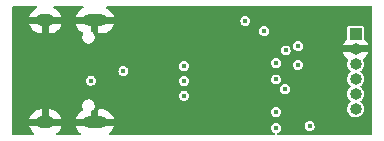
<source format=gbr>
%TF.GenerationSoftware,KiCad,Pcbnew,(6.0.0)*%
%TF.CreationDate,2022-02-12T21:10:29+08:00*%
%TF.ProjectId,USB-TTL-V1,5553422d-5454-44c2-9d56-312e6b696361,rev?*%
%TF.SameCoordinates,Original*%
%TF.FileFunction,Copper,L2,Inr*%
%TF.FilePolarity,Positive*%
%FSLAX46Y46*%
G04 Gerber Fmt 4.6, Leading zero omitted, Abs format (unit mm)*
G04 Created by KiCad (PCBNEW (6.0.0)) date 2022-02-12 21:10:29*
%MOMM*%
%LPD*%
G01*
G04 APERTURE LIST*
%TA.AperFunction,ComponentPad*%
%ADD10O,1.600000X1.000000*%
%TD*%
%TA.AperFunction,ComponentPad*%
%ADD11O,2.100000X1.000000*%
%TD*%
%TA.AperFunction,ComponentPad*%
%ADD12R,1.000000X1.000000*%
%TD*%
%TA.AperFunction,ComponentPad*%
%ADD13O,1.000000X1.000000*%
%TD*%
%TA.AperFunction,ViaPad*%
%ADD14C,0.450000*%
%TD*%
G04 APERTURE END LIST*
D10*
%TO.N,GND*%
%TO.C,J2*%
X105460000Y-91610000D03*
D11*
X109640000Y-91610000D03*
D10*
X105460000Y-82970000D03*
D11*
X109640000Y-82970000D03*
%TD*%
D12*
%TO.N,+3V3*%
%TO.C,J1*%
X131720000Y-84115000D03*
D13*
%TO.N,GND*%
X131720000Y-85385000D03*
%TO.N,/RST*%
X131720000Y-86655000D03*
%TO.N,/GPIO0*%
X131720000Y-87925000D03*
%TO.N,/RXD*%
X131720000Y-89195000D03*
%TO.N,/TXD*%
X131720000Y-90465000D03*
%TD*%
D14*
%TO.N,GND*%
X129920000Y-88500000D03*
X129920000Y-87300000D03*
X129920000Y-85990000D03*
X129920000Y-85000000D03*
X130210556Y-83401331D03*
X132120000Y-82440000D03*
X131230000Y-82440000D03*
X130250000Y-82440000D03*
X120480000Y-83710000D03*
X119740000Y-83700000D03*
X119010000Y-83690000D03*
X114300000Y-83740000D03*
X115410000Y-82420000D03*
X114620000Y-82410000D03*
X113970000Y-92150000D03*
X111320000Y-92310000D03*
X111080000Y-91610000D03*
X106720000Y-88410000D03*
X106120000Y-88410000D03*
X105520000Y-88410000D03*
X104920000Y-88410000D03*
X104320000Y-88410000D03*
X106720000Y-87810000D03*
X106120000Y-87810000D03*
X105520000Y-87810000D03*
X104920000Y-87810000D03*
X104320000Y-87810000D03*
X106720000Y-87210000D03*
X106120000Y-87210000D03*
X105520000Y-87210000D03*
X104920000Y-87210000D03*
X104320000Y-87210000D03*
X106720000Y-86610000D03*
X106120000Y-86610000D03*
X105520000Y-86610000D03*
X104920000Y-86610000D03*
X104320000Y-86610000D03*
X106720000Y-86010000D03*
X106120000Y-86010000D03*
X105520000Y-86010000D03*
X104920000Y-86010000D03*
X104330000Y-86020000D03*
X120470000Y-83030000D03*
X119730000Y-83030000D03*
X119010000Y-83010000D03*
X120410000Y-82340000D03*
X119710000Y-82340000D03*
X118960000Y-82350000D03*
X129310000Y-82440000D03*
X129340000Y-83400000D03*
X126140000Y-83310000D03*
X126130000Y-82540000D03*
%TO.N,/GPIO0*%
X127830000Y-91920000D03*
%TO.N,/TXD*%
X124975000Y-90708568D03*
X125010000Y-86580000D03*
%TO.N,/RXD*%
X125800000Y-85510000D03*
X125760000Y-88790000D03*
%TO.N,Net-(Q1-Pad1)*%
X126830000Y-86730000D03*
X126860000Y-85160000D03*
%TO.N,+3V3*%
X125000000Y-92080000D03*
X125000000Y-87965712D03*
X123990000Y-83861428D03*
X122390000Y-83005000D03*
X117190000Y-86815000D03*
%TO.N,GND*%
X115590000Y-87724500D03*
X115570000Y-86630000D03*
%TO.N,Net-(J2-PadA6)*%
X117190000Y-88085000D03*
X112060000Y-87260000D03*
%TO.N,Net-(J2-PadA7)*%
X117190000Y-89340000D03*
X109310000Y-88070000D03*
%TD*%
%TA.AperFunction,Conductor*%
%TO.N,GND*%
G36*
X104737269Y-81788907D02*
G01*
X104773233Y-81838407D01*
X104773233Y-81899593D01*
X104737269Y-81949093D01*
X104724407Y-81957013D01*
X104567220Y-82037969D01*
X104559329Y-82043036D01*
X104401676Y-82166874D01*
X104394878Y-82173347D01*
X104263488Y-82324761D01*
X104258037Y-82332403D01*
X104157648Y-82505932D01*
X104153746Y-82514454D01*
X104104875Y-82655189D01*
X104104654Y-82666213D01*
X104115922Y-82670000D01*
X106803523Y-82670000D01*
X106815625Y-82666068D01*
X106815990Y-82656667D01*
X106805907Y-82614829D01*
X106802852Y-82605957D01*
X106719874Y-82423459D01*
X106715198Y-82415326D01*
X106599209Y-82251811D01*
X106593080Y-82244711D01*
X106448262Y-82106077D01*
X106440899Y-82100263D01*
X106272477Y-81991513D01*
X106264161Y-81987202D01*
X106198708Y-81960824D01*
X106151803Y-81921536D01*
X106136949Y-81862181D01*
X106159820Y-81805430D01*
X106211680Y-81772962D01*
X106235714Y-81770000D01*
X108609078Y-81770000D01*
X108667269Y-81788907D01*
X108703233Y-81838407D01*
X108703233Y-81899593D01*
X108667269Y-81949093D01*
X108654407Y-81957013D01*
X108497220Y-82037969D01*
X108489329Y-82043036D01*
X108331676Y-82166874D01*
X108324878Y-82173347D01*
X108193488Y-82324761D01*
X108188037Y-82332403D01*
X108087648Y-82505932D01*
X108083746Y-82514454D01*
X108034875Y-82655189D01*
X108034654Y-82666213D01*
X108045922Y-82670000D01*
X111233523Y-82670000D01*
X111245625Y-82666068D01*
X111245990Y-82656667D01*
X111235907Y-82614829D01*
X111232852Y-82605957D01*
X111149874Y-82423459D01*
X111145198Y-82415326D01*
X111029209Y-82251811D01*
X111023080Y-82244711D01*
X110878262Y-82106077D01*
X110870899Y-82100263D01*
X110702477Y-81991513D01*
X110694161Y-81987202D01*
X110628708Y-81960824D01*
X110581803Y-81921536D01*
X110566949Y-81862181D01*
X110589820Y-81805430D01*
X110641680Y-81772962D01*
X110665714Y-81770000D01*
X133041000Y-81770000D01*
X133099191Y-81788907D01*
X133135155Y-81838407D01*
X133140000Y-81869000D01*
X133140000Y-92571000D01*
X133121093Y-92629191D01*
X133071593Y-92665155D01*
X133041000Y-92670000D01*
X125191670Y-92670000D01*
X125133479Y-92651093D01*
X125097515Y-92601593D01*
X125097515Y-92540407D01*
X125133479Y-92490907D01*
X125146725Y-92482790D01*
X125246281Y-92432064D01*
X125246283Y-92432063D01*
X125253220Y-92428528D01*
X125348528Y-92333220D01*
X125388262Y-92255239D01*
X125406183Y-92220066D01*
X125406183Y-92220065D01*
X125409719Y-92213126D01*
X125415168Y-92178726D01*
X125429585Y-92087696D01*
X125430804Y-92080000D01*
X125409719Y-91946874D01*
X125396026Y-91920000D01*
X127399196Y-91920000D01*
X127400415Y-91927696D01*
X127407756Y-91974043D01*
X127420281Y-92053126D01*
X127423817Y-92060065D01*
X127423817Y-92060066D01*
X127477118Y-92164674D01*
X127481472Y-92173220D01*
X127576780Y-92268528D01*
X127583717Y-92272063D01*
X127583719Y-92272064D01*
X127689934Y-92326183D01*
X127696874Y-92329719D01*
X127704568Y-92330938D01*
X127704569Y-92330938D01*
X127822304Y-92349585D01*
X127830000Y-92350804D01*
X127837696Y-92349585D01*
X127955431Y-92330938D01*
X127955432Y-92330938D01*
X127963126Y-92329719D01*
X127970066Y-92326183D01*
X128076281Y-92272064D01*
X128076283Y-92272063D01*
X128083220Y-92268528D01*
X128178528Y-92173220D01*
X128182883Y-92164674D01*
X128236183Y-92060066D01*
X128236183Y-92060065D01*
X128239719Y-92053126D01*
X128252245Y-91974043D01*
X128259585Y-91927696D01*
X128260804Y-91920000D01*
X128254947Y-91883022D01*
X128240938Y-91794569D01*
X128240938Y-91794568D01*
X128239719Y-91786874D01*
X128178528Y-91666780D01*
X128083220Y-91571472D01*
X128076283Y-91567937D01*
X128076281Y-91567936D01*
X127970066Y-91513817D01*
X127970065Y-91513817D01*
X127963126Y-91510281D01*
X127955432Y-91509062D01*
X127955431Y-91509062D01*
X127837696Y-91490415D01*
X127830000Y-91489196D01*
X127822304Y-91490415D01*
X127704569Y-91509062D01*
X127704568Y-91509062D01*
X127696874Y-91510281D01*
X127689935Y-91513817D01*
X127689934Y-91513817D01*
X127583719Y-91567936D01*
X127583717Y-91567937D01*
X127576780Y-91571472D01*
X127481472Y-91666780D01*
X127420281Y-91786874D01*
X127419062Y-91794568D01*
X127419062Y-91794569D01*
X127405053Y-91883022D01*
X127399196Y-91920000D01*
X125396026Y-91920000D01*
X125348528Y-91826780D01*
X125253220Y-91731472D01*
X125246283Y-91727937D01*
X125246281Y-91727936D01*
X125140066Y-91673817D01*
X125140065Y-91673817D01*
X125133126Y-91670281D01*
X125125432Y-91669062D01*
X125125431Y-91669062D01*
X125007696Y-91650415D01*
X125000000Y-91649196D01*
X124992304Y-91650415D01*
X124874569Y-91669062D01*
X124874568Y-91669062D01*
X124866874Y-91670281D01*
X124859935Y-91673817D01*
X124859934Y-91673817D01*
X124753719Y-91727936D01*
X124753717Y-91727937D01*
X124746780Y-91731472D01*
X124651472Y-91826780D01*
X124590281Y-91946874D01*
X124569196Y-92080000D01*
X124570415Y-92087696D01*
X124584833Y-92178726D01*
X124590281Y-92213126D01*
X124593817Y-92220065D01*
X124593817Y-92220066D01*
X124611739Y-92255239D01*
X124651472Y-92333220D01*
X124746780Y-92428528D01*
X124753717Y-92432063D01*
X124753719Y-92432064D01*
X124853275Y-92482790D01*
X124896540Y-92526055D01*
X124906111Y-92586487D01*
X124878334Y-92641004D01*
X124823817Y-92668781D01*
X124808330Y-92670000D01*
X110907608Y-92670000D01*
X110849417Y-92651093D01*
X110813453Y-92601593D01*
X110813453Y-92540407D01*
X110846453Y-92493147D01*
X110948324Y-92413126D01*
X110955122Y-92406653D01*
X111086512Y-92255239D01*
X111091963Y-92247597D01*
X111192352Y-92074068D01*
X111196254Y-92065546D01*
X111245125Y-91924811D01*
X111245346Y-91913787D01*
X111234078Y-91910000D01*
X108046477Y-91910000D01*
X108034375Y-91913932D01*
X108034010Y-91923333D01*
X108044093Y-91965171D01*
X108047148Y-91974043D01*
X108130126Y-92156541D01*
X108134802Y-92164674D01*
X108250791Y-92328189D01*
X108256920Y-92335289D01*
X108401738Y-92473923D01*
X108409101Y-92479737D01*
X108421636Y-92487831D01*
X108460265Y-92535280D01*
X108463627Y-92596372D01*
X108430438Y-92647774D01*
X108367934Y-92670000D01*
X106477608Y-92670000D01*
X106419417Y-92651093D01*
X106383453Y-92601593D01*
X106383453Y-92540407D01*
X106416453Y-92493147D01*
X106518324Y-92413126D01*
X106525122Y-92406653D01*
X106656512Y-92255239D01*
X106661963Y-92247597D01*
X106762352Y-92074068D01*
X106766254Y-92065546D01*
X106815125Y-91924811D01*
X106815346Y-91913787D01*
X106804078Y-91910000D01*
X104116477Y-91910000D01*
X104104375Y-91913932D01*
X104104010Y-91923333D01*
X104114093Y-91965171D01*
X104117148Y-91974043D01*
X104200126Y-92156541D01*
X104204802Y-92164674D01*
X104320791Y-92328189D01*
X104326920Y-92335289D01*
X104471738Y-92473923D01*
X104479101Y-92479737D01*
X104491636Y-92487831D01*
X104530265Y-92535280D01*
X104533627Y-92596372D01*
X104500438Y-92647774D01*
X104437934Y-92670000D01*
X102715000Y-92670000D01*
X102656809Y-92651093D01*
X102620845Y-92601593D01*
X102616000Y-92571000D01*
X102616000Y-91306213D01*
X104104654Y-91306213D01*
X104115922Y-91310000D01*
X105144320Y-91310000D01*
X105157005Y-91305878D01*
X105160000Y-91301757D01*
X105160000Y-91294320D01*
X105760000Y-91294320D01*
X105764122Y-91307005D01*
X105768243Y-91310000D01*
X106803523Y-91310000D01*
X106815179Y-91306213D01*
X108034654Y-91306213D01*
X108045922Y-91310000D01*
X109324320Y-91310000D01*
X109337005Y-91305878D01*
X109340000Y-91301757D01*
X109340000Y-91294320D01*
X109940000Y-91294320D01*
X109944122Y-91307005D01*
X109948243Y-91310000D01*
X111233523Y-91310000D01*
X111245625Y-91306068D01*
X111245990Y-91296667D01*
X111235907Y-91254829D01*
X111232852Y-91245957D01*
X111149874Y-91063459D01*
X111145198Y-91055326D01*
X111029209Y-90891811D01*
X111023080Y-90884711D01*
X110878262Y-90746077D01*
X110870899Y-90740263D01*
X110821813Y-90708568D01*
X124544196Y-90708568D01*
X124545415Y-90716264D01*
X124558584Y-90799408D01*
X124565281Y-90841694D01*
X124568817Y-90848633D01*
X124568817Y-90848634D01*
X124616713Y-90942634D01*
X124626472Y-90961788D01*
X124721780Y-91057096D01*
X124728717Y-91060631D01*
X124728719Y-91060632D01*
X124834934Y-91114751D01*
X124841874Y-91118287D01*
X124849568Y-91119506D01*
X124849569Y-91119506D01*
X124967304Y-91138153D01*
X124975000Y-91139372D01*
X124982696Y-91138153D01*
X125100431Y-91119506D01*
X125100432Y-91119506D01*
X125108126Y-91118287D01*
X125115066Y-91114751D01*
X125221281Y-91060632D01*
X125221283Y-91060631D01*
X125228220Y-91057096D01*
X125323528Y-90961788D01*
X125333288Y-90942634D01*
X125381183Y-90848634D01*
X125381183Y-90848633D01*
X125384719Y-90841694D01*
X125391417Y-90799408D01*
X125404585Y-90716264D01*
X125405804Y-90708568D01*
X125396153Y-90647634D01*
X125385938Y-90583137D01*
X125385938Y-90583136D01*
X125384719Y-90575442D01*
X125365444Y-90537613D01*
X125327064Y-90462287D01*
X125327063Y-90462285D01*
X125323528Y-90455348D01*
X125228220Y-90360040D01*
X125221283Y-90356505D01*
X125221281Y-90356504D01*
X125115066Y-90302385D01*
X125115065Y-90302385D01*
X125108126Y-90298849D01*
X125100432Y-90297630D01*
X125100431Y-90297630D01*
X124982696Y-90278983D01*
X124975000Y-90277764D01*
X124967304Y-90278983D01*
X124849569Y-90297630D01*
X124849568Y-90297630D01*
X124841874Y-90298849D01*
X124834935Y-90302385D01*
X124834934Y-90302385D01*
X124728719Y-90356504D01*
X124728717Y-90356505D01*
X124721780Y-90360040D01*
X124626472Y-90455348D01*
X124622937Y-90462285D01*
X124622936Y-90462287D01*
X124584556Y-90537613D01*
X124565281Y-90575442D01*
X124564062Y-90583136D01*
X124564062Y-90583137D01*
X124553847Y-90647634D01*
X124544196Y-90708568D01*
X110821813Y-90708568D01*
X110702477Y-90631513D01*
X110694161Y-90627202D01*
X110508201Y-90552258D01*
X110499221Y-90549598D01*
X110301323Y-90510952D01*
X110294272Y-90510096D01*
X110293528Y-90510060D01*
X110291084Y-90510000D01*
X109955680Y-90510000D01*
X109942995Y-90514122D01*
X109940000Y-90518243D01*
X109940000Y-91294320D01*
X109340000Y-91294320D01*
X109340000Y-90715555D01*
X109358907Y-90657364D01*
X109384477Y-90633853D01*
X109384783Y-90633720D01*
X109436042Y-90592212D01*
X109491433Y-90547357D01*
X109491434Y-90547356D01*
X109496675Y-90543112D01*
X109500583Y-90537613D01*
X109576172Y-90431249D01*
X109576173Y-90431248D01*
X109580079Y-90425751D01*
X109582363Y-90419406D01*
X109582365Y-90419403D01*
X109608131Y-90347833D01*
X109628850Y-90290285D01*
X109629680Y-90278983D01*
X109638900Y-90153427D01*
X109638900Y-90153423D01*
X109639394Y-90146693D01*
X109637462Y-90137108D01*
X109612269Y-90012167D01*
X109610936Y-90005556D01*
X109606941Y-89997714D01*
X109548633Y-89883280D01*
X109545571Y-89877270D01*
X109541008Y-89872307D01*
X109541006Y-89872305D01*
X109452684Y-89776256D01*
X109448116Y-89771288D01*
X109325750Y-89695418D01*
X109187488Y-89655249D01*
X109182318Y-89654869D01*
X109182316Y-89654869D01*
X109179089Y-89654632D01*
X109179082Y-89654632D01*
X109177288Y-89654500D01*
X109073930Y-89654500D01*
X108967354Y-89669099D01*
X108961168Y-89671776D01*
X108961164Y-89671777D01*
X108841405Y-89723602D01*
X108835217Y-89726280D01*
X108829978Y-89730522D01*
X108829977Y-89730523D01*
X108730936Y-89810725D01*
X108723325Y-89816888D01*
X108719417Y-89822387D01*
X108677497Y-89881375D01*
X108639921Y-89934249D01*
X108637637Y-89940594D01*
X108637635Y-89940597D01*
X108620242Y-89988908D01*
X108591150Y-90069715D01*
X108590656Y-90076447D01*
X108590655Y-90076450D01*
X108586610Y-90131547D01*
X108580606Y-90213307D01*
X108581940Y-90219922D01*
X108581940Y-90219924D01*
X108597417Y-90296680D01*
X108609064Y-90354444D01*
X108612123Y-90360448D01*
X108612125Y-90360453D01*
X108671643Y-90477263D01*
X108681214Y-90537695D01*
X108653436Y-90592212D01*
X108628762Y-90610221D01*
X108497220Y-90677969D01*
X108489329Y-90683036D01*
X108331676Y-90806874D01*
X108324878Y-90813347D01*
X108193488Y-90964761D01*
X108188037Y-90972403D01*
X108087648Y-91145932D01*
X108083746Y-91154454D01*
X108034875Y-91295189D01*
X108034654Y-91306213D01*
X106815179Y-91306213D01*
X106815625Y-91306068D01*
X106815990Y-91296667D01*
X106805907Y-91254829D01*
X106802852Y-91245957D01*
X106719874Y-91063459D01*
X106715198Y-91055326D01*
X106599209Y-90891811D01*
X106593080Y-90884711D01*
X106448262Y-90746077D01*
X106440899Y-90740263D01*
X106272477Y-90631513D01*
X106264161Y-90627202D01*
X106078201Y-90552258D01*
X106069221Y-90549598D01*
X105871323Y-90510952D01*
X105864272Y-90510096D01*
X105863528Y-90510060D01*
X105861084Y-90510000D01*
X105775680Y-90510000D01*
X105762995Y-90514122D01*
X105760000Y-90518243D01*
X105760000Y-91294320D01*
X105160000Y-91294320D01*
X105160000Y-90525680D01*
X105155878Y-90512995D01*
X105151757Y-90510000D01*
X105109913Y-90510000D01*
X105105199Y-90510225D01*
X104955742Y-90524484D01*
X104946530Y-90526258D01*
X104754154Y-90582694D01*
X104745451Y-90586175D01*
X104567216Y-90677972D01*
X104559329Y-90683036D01*
X104401676Y-90806874D01*
X104394878Y-90813347D01*
X104263488Y-90964761D01*
X104258037Y-90972403D01*
X104157648Y-91145932D01*
X104153746Y-91154454D01*
X104104875Y-91295189D01*
X104104654Y-91306213D01*
X102616000Y-91306213D01*
X102616000Y-89340000D01*
X116759196Y-89340000D01*
X116780281Y-89473126D01*
X116841472Y-89593220D01*
X116936780Y-89688528D01*
X116943717Y-89692063D01*
X116943719Y-89692064D01*
X117049934Y-89746183D01*
X117056874Y-89749719D01*
X117064568Y-89750938D01*
X117064569Y-89750938D01*
X117182304Y-89769585D01*
X117190000Y-89770804D01*
X117197696Y-89769585D01*
X117315431Y-89750938D01*
X117315432Y-89750938D01*
X117323126Y-89749719D01*
X117330066Y-89746183D01*
X117436281Y-89692064D01*
X117436283Y-89692063D01*
X117443220Y-89688528D01*
X117538528Y-89593220D01*
X117599719Y-89473126D01*
X117620804Y-89340000D01*
X117614947Y-89303022D01*
X117600938Y-89214569D01*
X117600938Y-89214568D01*
X117599719Y-89206874D01*
X117564895Y-89138528D01*
X117542064Y-89093719D01*
X117542063Y-89093717D01*
X117538528Y-89086780D01*
X117443220Y-88991472D01*
X117436283Y-88987937D01*
X117436281Y-88987936D01*
X117330066Y-88933817D01*
X117330065Y-88933817D01*
X117323126Y-88930281D01*
X117315432Y-88929062D01*
X117315431Y-88929062D01*
X117197696Y-88910415D01*
X117190000Y-88909196D01*
X117182304Y-88910415D01*
X117064569Y-88929062D01*
X117064568Y-88929062D01*
X117056874Y-88930281D01*
X117049935Y-88933817D01*
X117049934Y-88933817D01*
X116943719Y-88987936D01*
X116943717Y-88987937D01*
X116936780Y-88991472D01*
X116841472Y-89086780D01*
X116837937Y-89093717D01*
X116837936Y-89093719D01*
X116815105Y-89138528D01*
X116780281Y-89206874D01*
X116779062Y-89214568D01*
X116779062Y-89214569D01*
X116765053Y-89303022D01*
X116759196Y-89340000D01*
X102616000Y-89340000D01*
X102616000Y-88790000D01*
X125329196Y-88790000D01*
X125330415Y-88797696D01*
X125348075Y-88909196D01*
X125350281Y-88923126D01*
X125353817Y-88930065D01*
X125353817Y-88930066D01*
X125406062Y-89032602D01*
X125411472Y-89043220D01*
X125506780Y-89138528D01*
X125513717Y-89142063D01*
X125513719Y-89142064D01*
X125617612Y-89195000D01*
X125626874Y-89199719D01*
X125634568Y-89200938D01*
X125634569Y-89200938D01*
X125752304Y-89219585D01*
X125760000Y-89220804D01*
X125767696Y-89219585D01*
X125885431Y-89200938D01*
X125885432Y-89200938D01*
X125893126Y-89199719D01*
X125902388Y-89195000D01*
X126006281Y-89142064D01*
X126006283Y-89142063D01*
X126013220Y-89138528D01*
X126108528Y-89043220D01*
X126113939Y-89032602D01*
X126166183Y-88930066D01*
X126166183Y-88930065D01*
X126169719Y-88923126D01*
X126171926Y-88909196D01*
X126189585Y-88797696D01*
X126190804Y-88790000D01*
X126181818Y-88733267D01*
X126170938Y-88664569D01*
X126170938Y-88664568D01*
X126169719Y-88656874D01*
X126166183Y-88649934D01*
X126112064Y-88543719D01*
X126112063Y-88543717D01*
X126108528Y-88536780D01*
X126013220Y-88441472D01*
X126006283Y-88437937D01*
X126006281Y-88437936D01*
X125900066Y-88383817D01*
X125900065Y-88383817D01*
X125893126Y-88380281D01*
X125885432Y-88379062D01*
X125885431Y-88379062D01*
X125767696Y-88360415D01*
X125760000Y-88359196D01*
X125752304Y-88360415D01*
X125634569Y-88379062D01*
X125634568Y-88379062D01*
X125626874Y-88380281D01*
X125619935Y-88383817D01*
X125619934Y-88383817D01*
X125513719Y-88437936D01*
X125513717Y-88437937D01*
X125506780Y-88441472D01*
X125411472Y-88536780D01*
X125407937Y-88543717D01*
X125407936Y-88543719D01*
X125353817Y-88649934D01*
X125350281Y-88656874D01*
X125349062Y-88664568D01*
X125349062Y-88664569D01*
X125338182Y-88733267D01*
X125329196Y-88790000D01*
X102616000Y-88790000D01*
X102616000Y-88070000D01*
X108879196Y-88070000D01*
X108900281Y-88203126D01*
X108903817Y-88210065D01*
X108903817Y-88210066D01*
X108908335Y-88218932D01*
X108961472Y-88323220D01*
X109056780Y-88418528D01*
X109063717Y-88422063D01*
X109063719Y-88422064D01*
X109094870Y-88437936D01*
X109176874Y-88479719D01*
X109184568Y-88480938D01*
X109184569Y-88480938D01*
X109302304Y-88499585D01*
X109310000Y-88500804D01*
X109317696Y-88499585D01*
X109435431Y-88480938D01*
X109435432Y-88480938D01*
X109443126Y-88479719D01*
X109525130Y-88437936D01*
X109556281Y-88422064D01*
X109556283Y-88422063D01*
X109563220Y-88418528D01*
X109658528Y-88323220D01*
X109711666Y-88218932D01*
X109716183Y-88210066D01*
X109716183Y-88210065D01*
X109719719Y-88203126D01*
X109738428Y-88085000D01*
X116759196Y-88085000D01*
X116780281Y-88218126D01*
X116783817Y-88225065D01*
X116783817Y-88225066D01*
X116836635Y-88328726D01*
X116841472Y-88338220D01*
X116936780Y-88433528D01*
X116943717Y-88437063D01*
X116943719Y-88437064D01*
X117042857Y-88487577D01*
X117056874Y-88494719D01*
X117064568Y-88495938D01*
X117064569Y-88495938D01*
X117182304Y-88514585D01*
X117190000Y-88515804D01*
X117197696Y-88514585D01*
X117315431Y-88495938D01*
X117315432Y-88495938D01*
X117323126Y-88494719D01*
X117337143Y-88487577D01*
X117436281Y-88437064D01*
X117436283Y-88437063D01*
X117443220Y-88433528D01*
X117538528Y-88338220D01*
X117543366Y-88328726D01*
X117596183Y-88225066D01*
X117596183Y-88225065D01*
X117599719Y-88218126D01*
X117620804Y-88085000D01*
X117601911Y-87965712D01*
X124569196Y-87965712D01*
X124570415Y-87973408D01*
X124587330Y-88080204D01*
X124590281Y-88098838D01*
X124593817Y-88105777D01*
X124593817Y-88105778D01*
X124647141Y-88210431D01*
X124651472Y-88218932D01*
X124746780Y-88314240D01*
X124753717Y-88317775D01*
X124753719Y-88317776D01*
X124793843Y-88338220D01*
X124866874Y-88375431D01*
X124874568Y-88376650D01*
X124874569Y-88376650D01*
X124992304Y-88395297D01*
X125000000Y-88396516D01*
X125007696Y-88395297D01*
X125125431Y-88376650D01*
X125125432Y-88376650D01*
X125133126Y-88375431D01*
X125206157Y-88338220D01*
X125246281Y-88317776D01*
X125246283Y-88317775D01*
X125253220Y-88314240D01*
X125348528Y-88218932D01*
X125352860Y-88210431D01*
X125406183Y-88105778D01*
X125406183Y-88105777D01*
X125409719Y-88098838D01*
X125412671Y-88080204D01*
X125429585Y-87973408D01*
X125430804Y-87965712D01*
X125409719Y-87832586D01*
X125405201Y-87823719D01*
X125352064Y-87719431D01*
X125352063Y-87719429D01*
X125348528Y-87712492D01*
X125253220Y-87617184D01*
X125246283Y-87613649D01*
X125246281Y-87613648D01*
X125140066Y-87559529D01*
X125140065Y-87559529D01*
X125133126Y-87555993D01*
X125125432Y-87554774D01*
X125125431Y-87554774D01*
X125007696Y-87536127D01*
X125000000Y-87534908D01*
X124992304Y-87536127D01*
X124874569Y-87554774D01*
X124874568Y-87554774D01*
X124866874Y-87555993D01*
X124859935Y-87559529D01*
X124859934Y-87559529D01*
X124753719Y-87613648D01*
X124753717Y-87613649D01*
X124746780Y-87617184D01*
X124651472Y-87712492D01*
X124647937Y-87719429D01*
X124647936Y-87719431D01*
X124594799Y-87823719D01*
X124590281Y-87832586D01*
X124569196Y-87965712D01*
X117601911Y-87965712D01*
X117599719Y-87951874D01*
X117592076Y-87936874D01*
X117542064Y-87838719D01*
X117542063Y-87838717D01*
X117538528Y-87831780D01*
X117443220Y-87736472D01*
X117436283Y-87732937D01*
X117436281Y-87732936D01*
X117330066Y-87678817D01*
X117330065Y-87678817D01*
X117323126Y-87675281D01*
X117315432Y-87674062D01*
X117315431Y-87674062D01*
X117197696Y-87655415D01*
X117190000Y-87654196D01*
X117182304Y-87655415D01*
X117064569Y-87674062D01*
X117064568Y-87674062D01*
X117056874Y-87675281D01*
X117049935Y-87678817D01*
X117049934Y-87678817D01*
X116943719Y-87732936D01*
X116943717Y-87732937D01*
X116936780Y-87736472D01*
X116841472Y-87831780D01*
X116837937Y-87838717D01*
X116837936Y-87838719D01*
X116787924Y-87936874D01*
X116780281Y-87951874D01*
X116759196Y-88085000D01*
X109738428Y-88085000D01*
X109740804Y-88070000D01*
X109734947Y-88033022D01*
X109720938Y-87944569D01*
X109720938Y-87944568D01*
X109719719Y-87936874D01*
X109706887Y-87911690D01*
X109662064Y-87823719D01*
X109662063Y-87823717D01*
X109658528Y-87816780D01*
X109563220Y-87721472D01*
X109556283Y-87717937D01*
X109556281Y-87717936D01*
X109450066Y-87663817D01*
X109450065Y-87663817D01*
X109443126Y-87660281D01*
X109435432Y-87659062D01*
X109435431Y-87659062D01*
X109317696Y-87640415D01*
X109310000Y-87639196D01*
X109302304Y-87640415D01*
X109184569Y-87659062D01*
X109184568Y-87659062D01*
X109176874Y-87660281D01*
X109169935Y-87663817D01*
X109169934Y-87663817D01*
X109063719Y-87717936D01*
X109063717Y-87717937D01*
X109056780Y-87721472D01*
X108961472Y-87816780D01*
X108957937Y-87823717D01*
X108957936Y-87823719D01*
X108913113Y-87911690D01*
X108900281Y-87936874D01*
X108899062Y-87944568D01*
X108899062Y-87944569D01*
X108885053Y-88033022D01*
X108879196Y-88070000D01*
X102616000Y-88070000D01*
X102616000Y-87260000D01*
X111629196Y-87260000D01*
X111650281Y-87393126D01*
X111653817Y-87400065D01*
X111653817Y-87400066D01*
X111686020Y-87463267D01*
X111711472Y-87513220D01*
X111806780Y-87608528D01*
X111813717Y-87612063D01*
X111813719Y-87612064D01*
X111919934Y-87666183D01*
X111926874Y-87669719D01*
X111934568Y-87670938D01*
X111934569Y-87670938D01*
X112052304Y-87689585D01*
X112060000Y-87690804D01*
X112067696Y-87689585D01*
X112185431Y-87670938D01*
X112185432Y-87670938D01*
X112193126Y-87669719D01*
X112200066Y-87666183D01*
X112306281Y-87612064D01*
X112306283Y-87612063D01*
X112313220Y-87608528D01*
X112408528Y-87513220D01*
X112433981Y-87463267D01*
X112466183Y-87400066D01*
X112466183Y-87400065D01*
X112469719Y-87393126D01*
X112490804Y-87260000D01*
X112483524Y-87214034D01*
X112470938Y-87134569D01*
X112470938Y-87134568D01*
X112469719Y-87126874D01*
X112446887Y-87082064D01*
X112412064Y-87013719D01*
X112412063Y-87013717D01*
X112408528Y-87006780D01*
X112313220Y-86911472D01*
X112306283Y-86907937D01*
X112306281Y-86907936D01*
X112200066Y-86853817D01*
X112200065Y-86853817D01*
X112193126Y-86850281D01*
X112185432Y-86849062D01*
X112185431Y-86849062D01*
X112096978Y-86835053D01*
X112060000Y-86829196D01*
X112023022Y-86835053D01*
X111934569Y-86849062D01*
X111934568Y-86849062D01*
X111926874Y-86850281D01*
X111919935Y-86853817D01*
X111919934Y-86853817D01*
X111813719Y-86907936D01*
X111813717Y-86907937D01*
X111806780Y-86911472D01*
X111711472Y-87006780D01*
X111707937Y-87013717D01*
X111707936Y-87013719D01*
X111673113Y-87082064D01*
X111650281Y-87126874D01*
X111649062Y-87134568D01*
X111649062Y-87134569D01*
X111636476Y-87214034D01*
X111629196Y-87260000D01*
X102616000Y-87260000D01*
X102616000Y-86815000D01*
X116759196Y-86815000D01*
X116761845Y-86831727D01*
X116775348Y-86916978D01*
X116780281Y-86948126D01*
X116783817Y-86955065D01*
X116783817Y-86955066D01*
X116810167Y-87006780D01*
X116841472Y-87068220D01*
X116936780Y-87163528D01*
X116943717Y-87167063D01*
X116943719Y-87167064D01*
X117042857Y-87217577D01*
X117056874Y-87224719D01*
X117064568Y-87225938D01*
X117064569Y-87225938D01*
X117182304Y-87244585D01*
X117190000Y-87245804D01*
X117197696Y-87244585D01*
X117315431Y-87225938D01*
X117315432Y-87225938D01*
X117323126Y-87224719D01*
X117337143Y-87217577D01*
X117436281Y-87167064D01*
X117436283Y-87167063D01*
X117443220Y-87163528D01*
X117538528Y-87068220D01*
X117569834Y-87006780D01*
X117596183Y-86955066D01*
X117596183Y-86955065D01*
X117599719Y-86948126D01*
X117604653Y-86916978D01*
X117618155Y-86831727D01*
X117620804Y-86815000D01*
X117608560Y-86737696D01*
X117600938Y-86689569D01*
X117600938Y-86689568D01*
X117599719Y-86681874D01*
X117593556Y-86669778D01*
X117547812Y-86580000D01*
X124579196Y-86580000D01*
X124580415Y-86587696D01*
X124591587Y-86658231D01*
X124600281Y-86713126D01*
X124603817Y-86720065D01*
X124603817Y-86720066D01*
X124656110Y-86822696D01*
X124661472Y-86833220D01*
X124756780Y-86928528D01*
X124763717Y-86932063D01*
X124763719Y-86932064D01*
X124837694Y-86969756D01*
X124876874Y-86989719D01*
X124884568Y-86990938D01*
X124884569Y-86990938D01*
X124973022Y-87004947D01*
X124984594Y-87006780D01*
X125002304Y-87009585D01*
X125010000Y-87010804D01*
X125017696Y-87009585D01*
X125035407Y-87006780D01*
X125046978Y-87004947D01*
X125135431Y-86990938D01*
X125135432Y-86990938D01*
X125143126Y-86989719D01*
X125182306Y-86969756D01*
X125256281Y-86932064D01*
X125256283Y-86932063D01*
X125263220Y-86928528D01*
X125358528Y-86833220D01*
X125363891Y-86822696D01*
X125411121Y-86730000D01*
X126399196Y-86730000D01*
X126400415Y-86737696D01*
X126418807Y-86853817D01*
X126420281Y-86863126D01*
X126423817Y-86870065D01*
X126423817Y-86870066D01*
X126474612Y-86969756D01*
X126481472Y-86983220D01*
X126576780Y-87078528D01*
X126583717Y-87082063D01*
X126583719Y-87082064D01*
X126689934Y-87136183D01*
X126696874Y-87139719D01*
X126704568Y-87140938D01*
X126704569Y-87140938D01*
X126822304Y-87159585D01*
X126830000Y-87160804D01*
X126837696Y-87159585D01*
X126955431Y-87140938D01*
X126955432Y-87140938D01*
X126963126Y-87139719D01*
X126970066Y-87136183D01*
X127076281Y-87082064D01*
X127076283Y-87082063D01*
X127083220Y-87078528D01*
X127178528Y-86983220D01*
X127185389Y-86969756D01*
X127236183Y-86870066D01*
X127236183Y-86870065D01*
X127239719Y-86863126D01*
X127241194Y-86853817D01*
X127259585Y-86737696D01*
X127260804Y-86730000D01*
X127239719Y-86596874D01*
X127186590Y-86492602D01*
X127182064Y-86483719D01*
X127182063Y-86483717D01*
X127178528Y-86476780D01*
X127083220Y-86381472D01*
X127076283Y-86377937D01*
X127076281Y-86377936D01*
X126970066Y-86323817D01*
X126970065Y-86323817D01*
X126963126Y-86320281D01*
X126955432Y-86319062D01*
X126955431Y-86319062D01*
X126866978Y-86305053D01*
X126830000Y-86299196D01*
X126793022Y-86305053D01*
X126704569Y-86319062D01*
X126704568Y-86319062D01*
X126696874Y-86320281D01*
X126689935Y-86323817D01*
X126689934Y-86323817D01*
X126583719Y-86377936D01*
X126583717Y-86377937D01*
X126576780Y-86381472D01*
X126481472Y-86476780D01*
X126477937Y-86483717D01*
X126477936Y-86483719D01*
X126473410Y-86492602D01*
X126420281Y-86596874D01*
X126399196Y-86730000D01*
X125411121Y-86730000D01*
X125416183Y-86720066D01*
X125416183Y-86720065D01*
X125419719Y-86713126D01*
X125428414Y-86658231D01*
X125439585Y-86587696D01*
X125440804Y-86580000D01*
X125426024Y-86486680D01*
X125420938Y-86454569D01*
X125420938Y-86454568D01*
X125419719Y-86446874D01*
X125397905Y-86404062D01*
X125362064Y-86333719D01*
X125362063Y-86333717D01*
X125358528Y-86326780D01*
X125263220Y-86231472D01*
X125256283Y-86227937D01*
X125256281Y-86227936D01*
X125150066Y-86173817D01*
X125150065Y-86173817D01*
X125143126Y-86170281D01*
X125135432Y-86169062D01*
X125135431Y-86169062D01*
X125017696Y-86150415D01*
X125010000Y-86149196D01*
X125002304Y-86150415D01*
X124884569Y-86169062D01*
X124884568Y-86169062D01*
X124876874Y-86170281D01*
X124869935Y-86173817D01*
X124869934Y-86173817D01*
X124763719Y-86227936D01*
X124763717Y-86227937D01*
X124756780Y-86231472D01*
X124661472Y-86326780D01*
X124657937Y-86333717D01*
X124657936Y-86333719D01*
X124622095Y-86404062D01*
X124600281Y-86446874D01*
X124599062Y-86454568D01*
X124599062Y-86454569D01*
X124593976Y-86486680D01*
X124579196Y-86580000D01*
X117547812Y-86580000D01*
X117542064Y-86568719D01*
X117542063Y-86568717D01*
X117538528Y-86561780D01*
X117443220Y-86466472D01*
X117436283Y-86462937D01*
X117436281Y-86462936D01*
X117330066Y-86408817D01*
X117330065Y-86408817D01*
X117323126Y-86405281D01*
X117315432Y-86404062D01*
X117315431Y-86404062D01*
X117197696Y-86385415D01*
X117190000Y-86384196D01*
X117182304Y-86385415D01*
X117064569Y-86404062D01*
X117064568Y-86404062D01*
X117056874Y-86405281D01*
X117049935Y-86408817D01*
X117049934Y-86408817D01*
X116943719Y-86462936D01*
X116943717Y-86462937D01*
X116936780Y-86466472D01*
X116841472Y-86561780D01*
X116837937Y-86568717D01*
X116837936Y-86568719D01*
X116786444Y-86669778D01*
X116780281Y-86681874D01*
X116779062Y-86689568D01*
X116779062Y-86689569D01*
X116771440Y-86737696D01*
X116759196Y-86815000D01*
X102616000Y-86815000D01*
X102616000Y-85510000D01*
X125369196Y-85510000D01*
X125370415Y-85517696D01*
X125378655Y-85569719D01*
X125390281Y-85643126D01*
X125393817Y-85650065D01*
X125393817Y-85650066D01*
X125413499Y-85688693D01*
X125451472Y-85763220D01*
X125546780Y-85858528D01*
X125553717Y-85862063D01*
X125553719Y-85862064D01*
X125659934Y-85916183D01*
X125666874Y-85919719D01*
X125674568Y-85920938D01*
X125674569Y-85920938D01*
X125792304Y-85939585D01*
X125800000Y-85940804D01*
X125807696Y-85939585D01*
X125925431Y-85920938D01*
X125925432Y-85920938D01*
X125933126Y-85919719D01*
X125940066Y-85916183D01*
X126046281Y-85862064D01*
X126046283Y-85862063D01*
X126053220Y-85858528D01*
X126148528Y-85763220D01*
X126181459Y-85698591D01*
X130664641Y-85698591D01*
X130677534Y-85749359D01*
X130680554Y-85757887D01*
X130761386Y-85933225D01*
X130765917Y-85941072D01*
X130877348Y-86098744D01*
X130883222Y-86105622D01*
X131021527Y-86240352D01*
X131028562Y-86246049D01*
X131040967Y-86254338D01*
X131078846Y-86302388D01*
X131081248Y-86363526D01*
X131078202Y-86372615D01*
X131039736Y-86471274D01*
X131036524Y-86479513D01*
X131014394Y-86647611D01*
X131015049Y-86653544D01*
X131015049Y-86653548D01*
X131024339Y-86737696D01*
X131032999Y-86816135D01*
X131091266Y-86975356D01*
X131094591Y-86980305D01*
X131094592Y-86980306D01*
X131107689Y-86999796D01*
X131185830Y-87116083D01*
X131297374Y-87217580D01*
X131327687Y-87270725D01*
X131320973Y-87331541D01*
X131295824Y-87365404D01*
X131195604Y-87452831D01*
X131192173Y-87457713D01*
X131192172Y-87457714D01*
X131101544Y-87586665D01*
X131098113Y-87591547D01*
X131085971Y-87622690D01*
X131041609Y-87736472D01*
X131036524Y-87749513D01*
X131014394Y-87917611D01*
X131015049Y-87923544D01*
X131015049Y-87923548D01*
X131032024Y-88077304D01*
X131032999Y-88086135D01*
X131091266Y-88245356D01*
X131094591Y-88250305D01*
X131094592Y-88250306D01*
X131107689Y-88269796D01*
X131185830Y-88386083D01*
X131297374Y-88487580D01*
X131327687Y-88540725D01*
X131320973Y-88601541D01*
X131295824Y-88635404D01*
X131195604Y-88722831D01*
X131098113Y-88861547D01*
X131036524Y-89019513D01*
X131035745Y-89025428D01*
X131035745Y-89025429D01*
X131033403Y-89043220D01*
X131014394Y-89187611D01*
X131015049Y-89193544D01*
X131015049Y-89193548D01*
X131032067Y-89347696D01*
X131032999Y-89356135D01*
X131091266Y-89515356D01*
X131094591Y-89520305D01*
X131094592Y-89520306D01*
X131107689Y-89539796D01*
X131185830Y-89656083D01*
X131297374Y-89757580D01*
X131327687Y-89810725D01*
X131320973Y-89871541D01*
X131295824Y-89905404D01*
X131195604Y-89992831D01*
X131098113Y-90131547D01*
X131095945Y-90137108D01*
X131040630Y-90278983D01*
X131036524Y-90289513D01*
X131014394Y-90457611D01*
X131015049Y-90463544D01*
X131015049Y-90463548D01*
X131029254Y-90592212D01*
X131032999Y-90626135D01*
X131091266Y-90785356D01*
X131094591Y-90790305D01*
X131094592Y-90790306D01*
X131129123Y-90841694D01*
X131185830Y-90926083D01*
X131311233Y-91040191D01*
X131460235Y-91121092D01*
X131495189Y-91130262D01*
X131618464Y-91162603D01*
X131618468Y-91162604D01*
X131624233Y-91164116D01*
X131630194Y-91164210D01*
X131630197Y-91164210D01*
X131708996Y-91165447D01*
X131793760Y-91166779D01*
X131799575Y-91165447D01*
X131799577Y-91165447D01*
X131953206Y-91130262D01*
X131953209Y-91130261D01*
X131959029Y-91128928D01*
X131974610Y-91121092D01*
X132034763Y-91090838D01*
X132110498Y-91052747D01*
X132115035Y-91048872D01*
X132115038Y-91048870D01*
X132234888Y-90946508D01*
X132234891Y-90946505D01*
X132239423Y-90942634D01*
X132338361Y-90804947D01*
X132377106Y-90708568D01*
X132399377Y-90653167D01*
X132399378Y-90653165D01*
X132401601Y-90647634D01*
X132402442Y-90641727D01*
X132425034Y-90482985D01*
X132425034Y-90482979D01*
X132425490Y-90479778D01*
X132425645Y-90465000D01*
X132405276Y-90296680D01*
X132345345Y-90138077D01*
X132249312Y-89998349D01*
X132142554Y-89903230D01*
X132111684Y-89850404D01*
X132117761Y-89789521D01*
X132144117Y-89754034D01*
X132234884Y-89676512D01*
X132234890Y-89676506D01*
X132239423Y-89672634D01*
X132242904Y-89667790D01*
X132334877Y-89539796D01*
X132334878Y-89539794D01*
X132338361Y-89534947D01*
X132360424Y-89480066D01*
X132399377Y-89383167D01*
X132399378Y-89383165D01*
X132401601Y-89377634D01*
X132406957Y-89340000D01*
X132425034Y-89212985D01*
X132425034Y-89212979D01*
X132425490Y-89209778D01*
X132425645Y-89195000D01*
X132405276Y-89026680D01*
X132345345Y-88868077D01*
X132286395Y-88782304D01*
X132252692Y-88733267D01*
X132249312Y-88728349D01*
X132142554Y-88633230D01*
X132111684Y-88580404D01*
X132117761Y-88519521D01*
X132144117Y-88484034D01*
X132234884Y-88406512D01*
X132234890Y-88406506D01*
X132239423Y-88402634D01*
X132244695Y-88395297D01*
X132334877Y-88269796D01*
X132334878Y-88269794D01*
X132338361Y-88264947D01*
X132354394Y-88225066D01*
X132399377Y-88113167D01*
X132399378Y-88113165D01*
X132401601Y-88107634D01*
X132404661Y-88086135D01*
X132425034Y-87942985D01*
X132425034Y-87942979D01*
X132425490Y-87939778D01*
X132425645Y-87925000D01*
X132405276Y-87756680D01*
X132345345Y-87598077D01*
X132316422Y-87555993D01*
X132252692Y-87463267D01*
X132249312Y-87458349D01*
X132142554Y-87363230D01*
X132111684Y-87310404D01*
X132117761Y-87249521D01*
X132144117Y-87214034D01*
X132234884Y-87136512D01*
X132234890Y-87136506D01*
X132239423Y-87132634D01*
X132243562Y-87126874D01*
X132334877Y-86999796D01*
X132334878Y-86999794D01*
X132338361Y-86994947D01*
X132343076Y-86983220D01*
X132399377Y-86843167D01*
X132399378Y-86843165D01*
X132401601Y-86837634D01*
X132402442Y-86831727D01*
X132425034Y-86672985D01*
X132425034Y-86672979D01*
X132425490Y-86669778D01*
X132425645Y-86655000D01*
X132405276Y-86486680D01*
X132360983Y-86369462D01*
X132358101Y-86308345D01*
X132390288Y-86258353D01*
X132497650Y-86169061D01*
X132504061Y-86162650D01*
X132627518Y-86014209D01*
X132632641Y-86006755D01*
X132726989Y-85838286D01*
X132730665Y-85830030D01*
X132774855Y-85699849D01*
X132775001Y-85688693D01*
X132763884Y-85685000D01*
X130676869Y-85685000D01*
X130664959Y-85688870D01*
X130664641Y-85698591D01*
X126181459Y-85698591D01*
X126186502Y-85688693D01*
X126206183Y-85650066D01*
X126206183Y-85650065D01*
X126209719Y-85643126D01*
X126221346Y-85569719D01*
X126229585Y-85517696D01*
X126230804Y-85510000D01*
X126209719Y-85376874D01*
X126206183Y-85369934D01*
X126152064Y-85263719D01*
X126152063Y-85263717D01*
X126148528Y-85256780D01*
X126053220Y-85161472D01*
X126050331Y-85160000D01*
X126429196Y-85160000D01*
X126450281Y-85293126D01*
X126453817Y-85300065D01*
X126453817Y-85300066D01*
X126496874Y-85384569D01*
X126511472Y-85413220D01*
X126606780Y-85508528D01*
X126613717Y-85512063D01*
X126613719Y-85512064D01*
X126719934Y-85566183D01*
X126726874Y-85569719D01*
X126734568Y-85570938D01*
X126734569Y-85570938D01*
X126852304Y-85589585D01*
X126860000Y-85590804D01*
X126867696Y-85589585D01*
X126985431Y-85570938D01*
X126985432Y-85570938D01*
X126993126Y-85569719D01*
X127000066Y-85566183D01*
X127106281Y-85512064D01*
X127106283Y-85512063D01*
X127113220Y-85508528D01*
X127208528Y-85413220D01*
X127223127Y-85384569D01*
X127266183Y-85300066D01*
X127266183Y-85300065D01*
X127269719Y-85293126D01*
X127290804Y-85160000D01*
X127281906Y-85103817D01*
X127276554Y-85070024D01*
X130665912Y-85070024D01*
X130666064Y-85081650D01*
X130676610Y-85085000D01*
X132762703Y-85085000D01*
X132774193Y-85081267D01*
X132774397Y-85070866D01*
X132752570Y-84993473D01*
X132749332Y-84985038D01*
X132663928Y-84811855D01*
X132659209Y-84804154D01*
X132543678Y-84649440D01*
X132537629Y-84642722D01*
X132452299Y-84563844D01*
X132422402Y-84510460D01*
X132420500Y-84491146D01*
X132420500Y-83595252D01*
X132408867Y-83536769D01*
X132364552Y-83470448D01*
X132298231Y-83426133D01*
X132288668Y-83424231D01*
X132288666Y-83424230D01*
X132265995Y-83419721D01*
X132239748Y-83414500D01*
X131200252Y-83414500D01*
X131174005Y-83419721D01*
X131151334Y-83424230D01*
X131151332Y-83424231D01*
X131141769Y-83426133D01*
X131075448Y-83470448D01*
X131031133Y-83536769D01*
X131019500Y-83595252D01*
X131019500Y-84491284D01*
X131000593Y-84549475D01*
X130985776Y-84565716D01*
X130922080Y-84621577D01*
X130915858Y-84628133D01*
X130796322Y-84779763D01*
X130791397Y-84787346D01*
X130701490Y-84958231D01*
X130698032Y-84966579D01*
X130665912Y-85070024D01*
X127276554Y-85070024D01*
X127270938Y-85034569D01*
X127270938Y-85034568D01*
X127269719Y-85026874D01*
X127266183Y-85019934D01*
X127212064Y-84913719D01*
X127212063Y-84913717D01*
X127208528Y-84906780D01*
X127113220Y-84811472D01*
X127106283Y-84807937D01*
X127106281Y-84807936D01*
X127000066Y-84753817D01*
X127000065Y-84753817D01*
X126993126Y-84750281D01*
X126985432Y-84749062D01*
X126985431Y-84749062D01*
X126867696Y-84730415D01*
X126860000Y-84729196D01*
X126852304Y-84730415D01*
X126734569Y-84749062D01*
X126734568Y-84749062D01*
X126726874Y-84750281D01*
X126719935Y-84753817D01*
X126719934Y-84753817D01*
X126613719Y-84807936D01*
X126613717Y-84807937D01*
X126606780Y-84811472D01*
X126511472Y-84906780D01*
X126507937Y-84913717D01*
X126507936Y-84913719D01*
X126453817Y-85019934D01*
X126450281Y-85026874D01*
X126449062Y-85034568D01*
X126449062Y-85034569D01*
X126438094Y-85103817D01*
X126429196Y-85160000D01*
X126050331Y-85160000D01*
X126046283Y-85157937D01*
X126046281Y-85157936D01*
X125940066Y-85103817D01*
X125940065Y-85103817D01*
X125933126Y-85100281D01*
X125925432Y-85099062D01*
X125925431Y-85099062D01*
X125815494Y-85081650D01*
X125800000Y-85079196D01*
X125784506Y-85081650D01*
X125674569Y-85099062D01*
X125674568Y-85099062D01*
X125666874Y-85100281D01*
X125659935Y-85103817D01*
X125659934Y-85103817D01*
X125553719Y-85157936D01*
X125553717Y-85157937D01*
X125546780Y-85161472D01*
X125451472Y-85256780D01*
X125447937Y-85263717D01*
X125447936Y-85263719D01*
X125393817Y-85369934D01*
X125390281Y-85376874D01*
X125369196Y-85510000D01*
X102616000Y-85510000D01*
X102616000Y-83283333D01*
X104104010Y-83283333D01*
X104114093Y-83325171D01*
X104117148Y-83334043D01*
X104200126Y-83516541D01*
X104204802Y-83524674D01*
X104320791Y-83688189D01*
X104326920Y-83695289D01*
X104471738Y-83833923D01*
X104479101Y-83839737D01*
X104647523Y-83948487D01*
X104655839Y-83952798D01*
X104841799Y-84027742D01*
X104850779Y-84030402D01*
X105048677Y-84069048D01*
X105055728Y-84069904D01*
X105056472Y-84069940D01*
X105058916Y-84070000D01*
X105144320Y-84070000D01*
X105157005Y-84065878D01*
X105160000Y-84061757D01*
X105160000Y-84054320D01*
X105760000Y-84054320D01*
X105764122Y-84067005D01*
X105768243Y-84070000D01*
X105810087Y-84070000D01*
X105814801Y-84069775D01*
X105964258Y-84055516D01*
X105973470Y-84053742D01*
X106165846Y-83997306D01*
X106174549Y-83993825D01*
X106352784Y-83902028D01*
X106360671Y-83896964D01*
X106518324Y-83773126D01*
X106525122Y-83766653D01*
X106656512Y-83615239D01*
X106661963Y-83607597D01*
X106762352Y-83434068D01*
X106766254Y-83425546D01*
X106815125Y-83284811D01*
X106815155Y-83283333D01*
X108034010Y-83283333D01*
X108044093Y-83325171D01*
X108047148Y-83334043D01*
X108130126Y-83516541D01*
X108134802Y-83524674D01*
X108250791Y-83688189D01*
X108256920Y-83695289D01*
X108401738Y-83833923D01*
X108409101Y-83839737D01*
X108577523Y-83948487D01*
X108585839Y-83952798D01*
X108622796Y-83967692D01*
X108669701Y-84006981D01*
X108684555Y-84066336D01*
X108666488Y-84116864D01*
X108643830Y-84148747D01*
X108643827Y-84148753D01*
X108639921Y-84154249D01*
X108637637Y-84160594D01*
X108637635Y-84160597D01*
X108621847Y-84204450D01*
X108591150Y-84289715D01*
X108580606Y-84433307D01*
X108581940Y-84439922D01*
X108581940Y-84439924D01*
X108604029Y-84549475D01*
X108609064Y-84574444D01*
X108674429Y-84702730D01*
X108678992Y-84707693D01*
X108678994Y-84707695D01*
X108717033Y-84749062D01*
X108771884Y-84808712D01*
X108894250Y-84884582D01*
X109032512Y-84924751D01*
X109037682Y-84925131D01*
X109037684Y-84925131D01*
X109040911Y-84925368D01*
X109040918Y-84925368D01*
X109042712Y-84925500D01*
X109146070Y-84925500D01*
X109252646Y-84910901D01*
X109258832Y-84908224D01*
X109258836Y-84908223D01*
X109378595Y-84856398D01*
X109378596Y-84856397D01*
X109384783Y-84853720D01*
X109440364Y-84808712D01*
X109491433Y-84767357D01*
X109491434Y-84767356D01*
X109496675Y-84763112D01*
X109580079Y-84645751D01*
X109582363Y-84639406D01*
X109582365Y-84639403D01*
X109608131Y-84567833D01*
X109628850Y-84510285D01*
X109629345Y-84503550D01*
X109638900Y-84373427D01*
X109638900Y-84373423D01*
X109639394Y-84366693D01*
X109622592Y-84283361D01*
X109612269Y-84232167D01*
X109610936Y-84225556D01*
X109602988Y-84209956D01*
X109557231Y-84120154D01*
X109545571Y-84097270D01*
X109541008Y-84092307D01*
X109541006Y-84092305D01*
X109506077Y-84054320D01*
X109940000Y-84054320D01*
X109944122Y-84067005D01*
X109948243Y-84070000D01*
X110240087Y-84070000D01*
X110244801Y-84069775D01*
X110394258Y-84055516D01*
X110403470Y-84053742D01*
X110595846Y-83997306D01*
X110604549Y-83993825D01*
X110782784Y-83902028D01*
X110790671Y-83896964D01*
X110835910Y-83861428D01*
X123559196Y-83861428D01*
X123560415Y-83869124D01*
X123573746Y-83953291D01*
X123580281Y-83994554D01*
X123583817Y-84001493D01*
X123583817Y-84001494D01*
X123635680Y-84103280D01*
X123641472Y-84114648D01*
X123736780Y-84209956D01*
X123743717Y-84213491D01*
X123743719Y-84213492D01*
X123849934Y-84267611D01*
X123856874Y-84271147D01*
X123864568Y-84272366D01*
X123864569Y-84272366D01*
X123933990Y-84283361D01*
X123974109Y-84289715D01*
X123982304Y-84291013D01*
X123990000Y-84292232D01*
X123997696Y-84291013D01*
X124005892Y-84289715D01*
X124046010Y-84283361D01*
X124115431Y-84272366D01*
X124115432Y-84272366D01*
X124123126Y-84271147D01*
X124130066Y-84267611D01*
X124236281Y-84213492D01*
X124236283Y-84213491D01*
X124243220Y-84209956D01*
X124338528Y-84114648D01*
X124344321Y-84103280D01*
X124396183Y-84001494D01*
X124396183Y-84001493D01*
X124399719Y-83994554D01*
X124406255Y-83953291D01*
X124419585Y-83869124D01*
X124420804Y-83861428D01*
X124414947Y-83824450D01*
X124400938Y-83735997D01*
X124400938Y-83735996D01*
X124399719Y-83728302D01*
X124382898Y-83695289D01*
X124342064Y-83615147D01*
X124342063Y-83615145D01*
X124338528Y-83608208D01*
X124243220Y-83512900D01*
X124236283Y-83509365D01*
X124236281Y-83509364D01*
X124130066Y-83455245D01*
X124130065Y-83455245D01*
X124123126Y-83451709D01*
X124115432Y-83450490D01*
X124115431Y-83450490D01*
X124015009Y-83434585D01*
X123990000Y-83430624D01*
X123964991Y-83434585D01*
X123864569Y-83450490D01*
X123864568Y-83450490D01*
X123856874Y-83451709D01*
X123849935Y-83455245D01*
X123849934Y-83455245D01*
X123743719Y-83509364D01*
X123743717Y-83509365D01*
X123736780Y-83512900D01*
X123641472Y-83608208D01*
X123637937Y-83615145D01*
X123637936Y-83615147D01*
X123597102Y-83695289D01*
X123580281Y-83728302D01*
X123579062Y-83735996D01*
X123579062Y-83735997D01*
X123565053Y-83824450D01*
X123559196Y-83861428D01*
X110835910Y-83861428D01*
X110948324Y-83773126D01*
X110955122Y-83766653D01*
X111086512Y-83615239D01*
X111091963Y-83607597D01*
X111192352Y-83434068D01*
X111196254Y-83425546D01*
X111245125Y-83284811D01*
X111245346Y-83273787D01*
X111234078Y-83270000D01*
X109955680Y-83270000D01*
X109942995Y-83274122D01*
X109940000Y-83278243D01*
X109940000Y-84054320D01*
X109506077Y-84054320D01*
X109452684Y-83996256D01*
X109448116Y-83991288D01*
X109386831Y-83953290D01*
X109347339Y-83906558D01*
X109340000Y-83869151D01*
X109340000Y-83285680D01*
X109335878Y-83272995D01*
X109331757Y-83270000D01*
X108046477Y-83270000D01*
X108034375Y-83273932D01*
X108034010Y-83283333D01*
X106815155Y-83283333D01*
X106815346Y-83273787D01*
X106804078Y-83270000D01*
X105775680Y-83270000D01*
X105762995Y-83274122D01*
X105760000Y-83278243D01*
X105760000Y-84054320D01*
X105160000Y-84054320D01*
X105160000Y-83285680D01*
X105155878Y-83272995D01*
X105151757Y-83270000D01*
X104116477Y-83270000D01*
X104104375Y-83273932D01*
X104104010Y-83283333D01*
X102616000Y-83283333D01*
X102616000Y-83005000D01*
X121959196Y-83005000D01*
X121980281Y-83138126D01*
X122041472Y-83258220D01*
X122136780Y-83353528D01*
X122143717Y-83357063D01*
X122143719Y-83357064D01*
X122249934Y-83411183D01*
X122256874Y-83414719D01*
X122264568Y-83415938D01*
X122264569Y-83415938D01*
X122316924Y-83424230D01*
X122379040Y-83434068D01*
X122382304Y-83434585D01*
X122390000Y-83435804D01*
X122397696Y-83434585D01*
X122400961Y-83434068D01*
X122463076Y-83424230D01*
X122515431Y-83415938D01*
X122515432Y-83415938D01*
X122523126Y-83414719D01*
X122530066Y-83411183D01*
X122636281Y-83357064D01*
X122636283Y-83357063D01*
X122643220Y-83353528D01*
X122738528Y-83258220D01*
X122799719Y-83138126D01*
X122820804Y-83005000D01*
X122799719Y-82871874D01*
X122738528Y-82751780D01*
X122643220Y-82656472D01*
X122636283Y-82652937D01*
X122636281Y-82652936D01*
X122530066Y-82598817D01*
X122530065Y-82598817D01*
X122523126Y-82595281D01*
X122515432Y-82594062D01*
X122515431Y-82594062D01*
X122397696Y-82575415D01*
X122390000Y-82574196D01*
X122382304Y-82575415D01*
X122264569Y-82594062D01*
X122264568Y-82594062D01*
X122256874Y-82595281D01*
X122249935Y-82598817D01*
X122249934Y-82598817D01*
X122143719Y-82652936D01*
X122143717Y-82652937D01*
X122136780Y-82656472D01*
X122041472Y-82751780D01*
X121980281Y-82871874D01*
X121959196Y-83005000D01*
X102616000Y-83005000D01*
X102616000Y-81869000D01*
X102634907Y-81810809D01*
X102684407Y-81774845D01*
X102715000Y-81770000D01*
X104679078Y-81770000D01*
X104737269Y-81788907D01*
G37*
%TD.AperFunction*%
%TD*%
M02*

</source>
